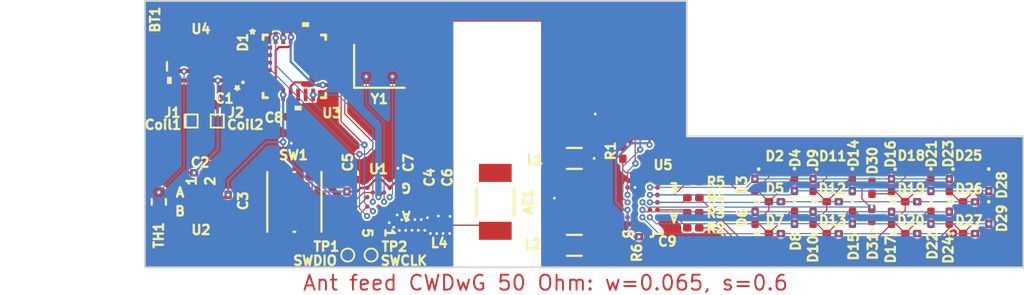
<source format=kicad_pcb>
(kicad_pcb (version 20221018) (generator pcbnew)
  (title_block (title "rRing P1") (rev "1.0") (company "State of the Art LLC"))
  (layers (0 "F.Cu" signal) (31 "B.Cu" signal) (34 "B.Paste" user) (35 "F.Paste" user) (36 "B.SilkS" user "B.Silkscreen") (37 "F.SilkS" user "F.Silkscreen") (38 "B.Mask" user) (39 "F.Mask" user) (44 "Edge.Cuts" user))
  (net 0 "")
  (net 1 "Net-(BT1-+)")
  (net 2 "GND")
  (net 3 "+VDC")
  (net 4 "+1V8")
  (net 5 "Net-(U3-REGOUT)")
  (net 6 "Net-(D1-K)")
  (net 7 "Net-(D2-K)")
  (net 8 "Net-(D11-A)")
  (net 9 "Net-(D16-A)")
  (net 10 "Net-(D14-A)")
  (net 11 "Net-(D12-A)")
  (net 12 "Net-(D13-A)")
  (net 13 "Net-(D15-A)")
  (net 14 "Net-(D10-K)")
  (net 15 "Net-(D16-K)")
  (net 16 "Net-(D23-K)")
  (net 17 "Net-(D30-A)")
  (net 18 "Net-(U5-GPIO0)")
  (net 19 "Net-(U5-GPIO1)")
  (net 20 "Net-(U5-GPIO2)")
  (net 21 "Net-(U5-GPIO3)")
  (net 22 "Net-(U1-RST{slash}P0_0)")
  (net 23 "Net-(U4-NTC)")
  (net 24 "Net-(U1-SWDIO{slash}ADC0{slash}P0_1)")
  (net 25 "Net-(U1-SWCLK{slash}ADC1{slash}P0_2)")
  (net 26 "SCL")
  (net 27 "SDA")
  (net 28 "Net-(U1-XTAL32Mp)")
  (net 29 "IMU_INT")
  (net 30 "Net-(U1-XTAL32Mm)")
  (net 51 "Net-(J1-Pin_1)")
  (net 52 "Net-(L1-Pad1)")
  (net 53 "Net-(L2-Pad2)")
  (net 54 "Net-(U5-GPIO13)")
  (net 55 "Net-(U5-GPIO14)")
  (net 57 "Net-(D10-A)")
  (net 58 "/ANT2")
  (net 59 "/ANT1")
  (footprint "Diode_SMD:D_0201_0603Metric" (layer "F.Cu") (at 119.359 65.147 -90)
    (fp_text reference "D15")
    (fp_text value "DIG")
  )
  (footprint "Capacitor_SMD:C_0201_0603Metric" (layer "F.Cu") (at 85.957 64.246 -90)
    (fp_text reference "C3")
    (fp_text value "1µF")
  )
  (footprint "Diode_SMD:D_0201_0603Metric" (layer "F.Cu") (at 118.303 62.555)
    (fp_text reference "D11")
    (fp_text value "DIG")
  )
  (footprint "Diode_SMD:D_0201_0603Metric" (layer "F.Cu") (at 86.75 57.05 90)
    (fp_text reference "D1")
    (fp_text value "CHRG")
  )
  (footprint "Capacitor_SMD:C_0201_0603Metric" (layer "F.Cu") (at 108.254219 66.168677)
    (fp_text reference "C9")
    (fp_text value "0.5µF")
  )
  (footprint "Diode_SMD:D_0201_0603Metric" (layer "F.Cu") (at 124.54 63.399 90)
    (fp_text reference "D23")
    (fp_text value "DIG")
  )
  (footprint "Capacitor_SMD:C_0201_0603Metric" (layer "F.Cu") (at 89.657 59.746 180)
    (fp_text reference "C8")
    (fp_text value "0.1µF")
  )
  (footprint "Diode_SMD:D_0201_0603Metric" (layer "F.Cu") (at 117.251 63.393 90)
    (fp_text reference "D9")
    (fp_text value "DIG")
  )
  (footprint "Resistor_SMD:R_0402_1005Metric" (layer "F.Cu") (at 82.247 64.301 -90)
    (fp_text reference "TH1")
    (fp_text value "100K")
  )
  (footprint "Diode_SMD:D_0201_0603Metric" (layer "F.Cu") (at 115.206 66.001)
    (fp_text reference "D7")
    (fp_text value "DIG")
  )
  (footprint "Capacitor_SMD:C_0201_0603Metric" (layer "F.Cu") (at 92.309 63.4295 90)
    (fp_text reference "C5")
    (fp_text value "0.1µF")
  )
  (footprint "Diode_SMD:D_0201_0603Metric" (layer "F.Cu") (at 125.597 65.995)
    (fp_text reference "D27")
    (fp_text value "DIG")
  )
  (footprint "Diode_SMD:D_0201_0603Metric" (layer "F.Cu") (at 117.251 65.149 90)
    (fp_text reference "D10")
    (fp_text value "DIG")
  )
  (footprint "Resistor_SMD:R_0201_0603Metric" (layer "F.Cu") (at 110.843 65.693)
    (fp_text reference "R2")
    (fp_text value "R_Small")
  )
  (footprint "Resistor_SMD:R_0201_0603Metric" (layer "F.Cu") (at 107.075 66.725 -90)
    (fp_text reference "R6")
    (fp_text value "8R")
  )
  (footprint "Diode_SMD:D_0201_0603Metric" (layer "F.Cu") (at 120.393 64.999 90)
    (fp_text reference "D31")
    (fp_text value "DIG")
  )
  (footprint "Diode_SMD:D_0201_0603Metric" (layer "F.Cu") (at 122.504 62.553)
    (fp_text reference "D18")
    (fp_text value "DIG")
  )
  (footprint "Diode_SMD:D_0201_0603Metric" (layer "F.Cu") (at 123.56 65.155 -90)
    (fp_text reference "D22")
    (fp_text value "DIG")
  )
  (footprint "footprints:LQFN12_ADI" (layer "F.Cu") (at 84.5 57.05 180)
    (fp_text reference "U4")
    (fp_text value "LTC4124EV-TRMPBF")
  )
  (footprint "Diode_SMD:D_0201_0603Metric" (layer "F.Cu") (at 122.504 65.997)
    (fp_text reference "D20")
    (fp_text value "DIG")
  )
  (footprint "Diode_SMD:D_0201_0603Metric" (layer "F.Cu") (at 116.26 65.151 -90)
    (fp_text reference "D8")
    (fp_text value "DIG")
  )
  (footprint "Diode_SMD:D_0201_0603Metric" (layer "F.Cu") (at 122.504 64.293)
    (fp_text reference "D19")
    (fp_text value "DIG")
  )
  (footprint "Diode_SMD:D_0201_0603Metric" (layer "F.Cu") (at 126.653 63.403 -90)
    (fp_text reference "D28")
    (fp_text value "DIG")
  )
  (footprint "footprints:TestPoint_Pad_D0.5mm" (layer "F.Cu") (at 92.357 67.146)
    (fp_text reference "TP1")
    (fp_text value "SWDIO")
  )
  (footprint "Diode_SMD:D_0201_0603Metric" (layer "F.Cu") (at 121.452 65.155 90)
    (fp_text reference "D17")
    (fp_text value "DIG")
  )
  (footprint "Resistor_SMD:R_0201_0603Metric" (layer "F.Cu") (at 110.847219 63.222677)
    (fp_text reference "R5")
    (fp_text value "R_Small")
  )
  (footprint "footprints:YFP25_TEX" (layer "F.Cu") (at 108.1245 64.3285 180)
    (fp_text reference "U5")
    (fp_text value "TCA6418EYFPR")
  )
  (footprint "Diode_SMD:D_0201_0603Metric" (layer "F.Cu") (at 126.653 65.153 -90)
    (fp_text reference "D29")
    (fp_text value "DIG")
  )
  (footprint "Capacitor_SMD:C_0201_0603Metric" (layer "F.Cu") (at 96.707 64.246 90)
    (fp_text reference "C4")
    (fp_text value "1.8pF")
  )
  (footprint "Diode_SMD:D_0201_0603Metric" (layer "F.Cu") (at 121.447 63.391 90)
    (fp_text reference "D16")
    (fp_text value "DIG")
  )
  (footprint "Inductor_SMD:L_0201_0603Metric" (layer "F.Cu") (at 97.25 65.55)
    (fp_text reference "L4")
    (fp_text value "3.3nH")
  )
  (footprint "Inductor_SMD:L_0805_2012Metric" (layer "F.Cu") (at 104.475 66.625)
    (fp_text reference "L2")
    (fp_text value "L")
  )
  (footprint "Capacitor_SMD:C_0201_0603Metric" (layer "F.Cu") (at 95.554 63.457 -90)
    (fp_text reference "C7")
    (fp_text value "0.1µF")
  )
  (footprint "footprints:Conn_Pad_0.5x0.5mm" (layer "F.Cu") (at 83.975 59.975)
    (fp_text reference "J1")
    (fp_text value "Coil1")
  )
  (footprint "footprints:TestPoint_Pad_D0.5mm" (layer "F.Cu") (at 93.607 67.146)
    (fp_text reference "TP2")
    (fp_text value "SWCLK")
  )
  (footprint "Diode_SMD:D_0201_0603Metric" (layer "F.Cu") (at 118.302 66.0035)
    (fp_text reference "D13")
    (fp_text value "DIG")
  )
  (footprint "footprints:CB_4_1_ADI" (layer "F.Cu") (at 84.499996 64.300034)
    (fp_text reference "U2")
    (fp_text value "ADP160ACBZ-1.8-R7")
  )
  (footprint "footprints:Conn_Pad_0.5x0.5mm" (layer "F.Cu") (at 85.375 59.975)
    (fp_text reference "J2")
    (fp_text value "Coil2")
  )
  (footprint "Resistor_SMD:R_0805_2012Metric" (layer "F.Cu") (at 81.95 57.05 90)
    (fp_text reference "BT1")
    (fp_text value "2.7-3.7V" hide)
  )
  (footprint "Diode_SMD:D_0201_0603Metric" (layer "F.Cu") (at 125.597 64.301)
    (fp_text reference "D26")
    (fp_text value "DIG")
  )
  (footprint "Diode_SMD:D_0201_0603Metric" (layer "F.Cu") (at 114.141 63.392 90)
    (fp_text reference "D3")
    (fp_text value "DIG")
  )
  (footprint "Diode_SMD:D_0201_0603Metric" (layer "F.Cu") (at 124.54 65.149 90)
    (fp_text reference "D24")
    (fp_text value "DIG")
  )
  (footprint "Resistor_SMD:R_0201_0603Metric" (layer "F.Cu") (at 110.847219 64.073973)
    (fp_text reference "R4")
    (fp_text value "R_Small")
  )
  (footprint "footprints:ANT_ANT3216_YAG" (layer "F.Cu") (at 100.25 64.3 90)
    (fp_text reference "AE1")
    (fp_text value "Antenna")
  )
  (footprint "Diode_SMD:D_0201_0603Metric" (layer "F.Cu") (at 120.403 63.547 90)
    (fp_text reference "D30")
    (fp_text value "DIG")
  )
  (footprint "Inductor_SMD:L_0805_2012Metric" (layer "F.Cu") (at 104.475 61.975)
    (fp_text reference "L1")
    (fp_text value "L")
  )
  (footprint "Diode_SMD:D_0201_0603Metric" (layer "F.Cu") (at 123.556 63.395 -90)
    (fp_text reference "D21")
    (fp_text value "DIG")
  )
  (footprint "Resistor_SMD:R_0201_0603Metric" (layer "F.Cu") (at 107.075 61.675 90)
    (fp_text reference "R1")
    (fp_text value "8R")
  )
  (footprint "Diode_SMD:D_0201_0603Metric" (layer "F.Cu") (at 119.353 63.397 -90)
    (fp_text reference "D14")
    (fp_text value "DIG")
  )
  (footprint "footprints:QFN24_3X3X0P9_IVS" (layer "F.Cu") (at 89.499996 57.050034)
    (fp_text reference "U3")
    (fp_text value "ICM-20948")
  )
  (footprint "Diode_SMD:D_0201_0603Metric" (layer "F.Cu") (at 118.303 64.295)
    (fp_text reference "D12")
    (fp_text value "DIG")
  )
  (footprint "Capacitor_SMD:C_0201_0603Metric" (layer "F.Cu") (at 97.657 64.246 90)
    (fp_text reference "C6")
    (fp_text value "1.8pF")
  )
  (footprint "Diode_SMD:D_0201_0603Metric" (layer "F.Cu") (at 125.597 62.551)
    (fp_text reference "D25")
    (fp_text value "DIG")
  )
  (footprint "footprints:DA14531-00000OG2_DIL" (layer "F.Cu") (at 94 64.3 180)
    (fp_text reference "U1")
    (fp_text value "DA14531-00000OG2")
  )
  (footprint "Capacitor_SMD:C_0201_0603Metric" (layer "F.Cu") (at 84.457 62.746)
    (fp_text reference "C2")
    (fp_text value "1µF")
  )
  (footprint "Crystal:Crystal_SMD_2016-4Pin_2.0x1.6mm" (layer "F.Cu") (at 94.047 57.046)
    (fp_text reference "Y1")
    (fp_text value "32MHz")
  )
  (footprint "footprints:KMT0_push_3x2.6" (layer "F.Cu") (at 89.499996 64.300034 -90)
    (fp_text reference "SW1")
    (fp_text value "Button")
  )
  (footprint "Diode_SMD:D_0201_0603Metric" (layer "F.Cu") (at 114.151 65.152 90)
    (fp_text reference "D6")
    (fp_text value "DIG")
  )
  (footprint "Diode_SMD:D_0201_0603Metric" (layer "F.Cu") (at 115.2 62.55)
    (fp_text reference "D2")
    (fp_text value "DIG")
  )
  (footprint "Capacitor_SMD:C_0201_0603Metric" (layer "F.Cu") (at 84.507 59.046)
    (fp_text reference "C1")
    (fp_text value "47nF")
  )
  (footprint "Diode_SMD:D_0201_0603Metric" (layer "F.Cu") (at 115.206 64.293)
    (fp_text reference "D5")
    (fp_text value "DIG")
  )
  (footprint "Diode_SMD:D_0201_0603Metric" (layer "F.Cu") (at 116.256 63.389 -90)
    (fp_text reference "D4")
    (fp_text value "DIG")
  )
  (footprint "Resistor_SMD:R_0201_0603Metric" (layer "F.Cu") (at 110.840944 64.878741)
    (fp_text reference "R3")
    (fp_text value "R_Small")
  )
  (gr_line (start 110.5 60.8) (end 110.5 53.55) (stroke (width 0.1)) (layer "Edge.Cuts"))
  (gr_line (start 81.5 67.8) (end 128.5 67.8) (stroke (width 0.1)) (layer "Edge.Cuts"))
  (gr_line (start 81.5 53.55) (end 81.5 67.8) (stroke (width 0.1)) (layer "Edge.Cuts"))
  (gr_line (start 128.5 60.8) (end 110.5 60.8) (stroke (width 0.1)) (layer "Edge.Cuts"))
  (gr_line (start 110.5 53.55) (end 81.5 53.55) (stroke (width 0.1)) (layer "Edge.Cuts"))
  (gr_line (start 128.5 67.8) (end 128.5 60.8) (stroke (width 0.1)) (layer "Edge.Cuts"))
  (gr_text "Ant feed CWDwG 50 Ohm: w=0.065, s=0.6" (at 89.9 69.1) (layer "F.Cu") (effects (font (size 0.8 0.8) (thickness 0.1)) (justify left bottom)))
  (segment (start 82.25 57.9625) (end 82.412499 57.800001) (width 0.06) (layer "F.Cu") (net 1))
  (segment (start 82.412499 57.800001) (end 83.5983 57.800001) (width 0.12) (layer "F.Cu") (net 1))
  (segment (start 107.723278 63.323278) (end 107.723278 63.525018) (width 0.12) (layer "F.Cu") (net 2))
  (segment (start 88.549996 62.825034) (end 88.549996 61.950004) (width 0.12) (layer "F.Cu") (net 2))
  (segment (start 90.781 61.163) (end 92.309 62.691) (width 0.12) (layer "F.Cu") (net 2))
  (segment (start 84.25 56.8) (end 84.25 56.1483) (width 0.12) (layer "F.Cu") (net 2))
  (segment (start 103.4125 64.1) (end 103.4125 66.625) (width 0.12) (layer "F.Cu") (net 2))
  (segment (start 86.775 59.975) (end 87 59.75) (width 0.12) (layer "F.Cu") (net 2))
  (segment (start 85.941034 64.550034) (end 85.957 64.566) (width 0.12) (layer "F.Cu") (net 2))
  (segment (start 96.707 63.926) (end 97.657 63.926) (width 0.12) (layer "F.Cu") (net 2))
  (segment (start 90.699967 56.050033) (end 91.023996 56.050033) (width 0.12) (layer "F.Cu") (net 2))
  (segment (start 82.412499 56.299999) (end 83.5983 56.299999) (width 0.12) (layer "F.Cu") (net 2))
  (segment (start 94.4857 64.6643) (end 94.1143 64.6643) (width 0.12) (layer "F.Cu") (net 2))
  (segment (start 94.6 64.55) (end 94.4857 64.6643) (width 0.12) (layer "F.Cu") (net 2))
  (segment (start 83.5983 56.299999) (end 84.098301 56.299999) (width 0.12) (layer "F.Cu") (net 2))
  (segment (start 94.781 64.55) (end 94.6 64.55) (width 0.12) (layer "F.Cu") (net 2))
  (segment (start 84.75 57.3) (end 84.75 57.9517) (width 0.12) (layer "F.Cu") (net 2))
  (segment (start 94.1143 64.6643) (end 94 64.55) (width 0.12) (layer "F.Cu") (net 2))
  (segment (start 92.309 63.1095) (end 92.309 62.691) (width 0.12) (layer "F.Cu") (net 2))
  (segment (start 89.299996 58.123834) (end 89.513696 57.910134) (width 0.12) (layer "F.Cu") (net 2))
  (segment (start 89.299996 58.574034) (end 89.299996 58.123834) (width 0.12) (layer "F.Cu") (net 2))
  (segment (start 92.5 62.5) (end 95.0415 62.5) (width 0.12) (layer "F.Cu") (net 2))
  (segment (start 88.549996 62.825034) (end 88.549996 65.775034) (width 0.12) (layer "F.Cu") (net 2))
  (segment (start 92.5 54.9) (end 92.8 54.6) (width 0.12) (layer "F.Cu") (net 2))
  (segment (start 106.6625 63.1) (end 107.5 63.1) (width 0.12) (layer "F.Cu") (net 2))
  (segment (start 89.513696 57.910134) (end 90.32495 57.910134) (width 0.12) (layer "F.Cu") (net 2))
  (segment (start 86.775034 65.775034) (end 88.549996 65.775034) (width 0.12) (layer "F.Cu") (net 2))
  (segment (start 90.32495 57.910134) (end 90.5 57.735084) (width 0.12) (layer "F.Cu") (net 2))
  (segment (start 84.25 65.5) (end 84.749996 65.000004) (width 0.12) (layer "F.Cu") (net 2))
  (segment (start 105.5 62.0125) (end 105.5375 61.975) (width 0.06) (layer "F.Cu") (net 2))
  (segment (start 90.5 57.735084) (end 90.5 56.25) (width 0.12) (layer "F.Cu") (net 2))
  (segment (start 84.75 61.75) (end 84.75 62.719) (width 0.12) (layer "F.Cu") (net 2))
  (segment (start 87 62.75) (end 88.25 62.75) (width 0.12) (layer "F.Cu") (net 2))
  (segment (start 95.703 63.926) (end 96.707 63.926) (width 0.12) (layer "F.Cu") (net 2))
  (segment (start 92.8 54.6) (end 105.1 54.6) (width 0.12) (layer "F.Cu") (net 2))
  (segment (start 89.333 59.75) (end 89.337 59.746) (width 0.12) (layer "F.Cu") (net 2))
  (segment (start 84.75 56.8) (end 84.75 56.1483) (width 0.12) (layer "F.Cu") (net 2))
  (segment (start 82.25 64.814) (end 82.25 65.25) (width 0.12) (layer "F.Cu") (net 2))
  (segment (start 85.375 59.975) (end 85.375 61.125) (width 0.12) (layer "F.Cu") (net 2))
  (segment (start 84.5 57.05) (end 84.25 56.8) (width 0.12) (layer "F.Cu") (net 2))
  (segment (start 94.1143 64.6643) (end 94.1143 64.9357) (width 0.12) (layer "F.Cu") (net 2))
  (segment (start 85.375 59.975) (end 86.775 59.975) (width 0.12) (layer "F.Cu") (net 2))
  (segment (start 90.5 56.25) (end 90.699967 56.050033) (width 0.12) (layer "F.Cu") (net 2))
  (segment (start 94 62.5) (end 94 60.2) (width 0.12) (layer "F.Cu") (net 2))
  (segment (start 84.5 57.05) (end 84.75 56.8) (width 0.12) (layer "F.Cu") (net 2))
  (segment (start 94.3 63.8) (end 94.25 63.8) (width 0.12) (layer "F.Cu") (net 2))
  (segment (start 105.5375 61.975) (end 103.4125 64.1) (width 0.12) (layer "F.Cu") (net 2))
  (segment (start 85.375 61.125) (end 84.75 61.75) (width 0.12) (layer "F.Cu") (net 2))
  (segment (start 84.827 59.046) (end 85.046 59.046) (width 0.12) (layer "F.Cu") (net 2))
  (segment (start 89.299996 58.574034) (end 89.299996 59.708996) (width 0.12) (layer "F.Cu") (net 2))
  (segment (start 84.777 62.746) (end 86.996 62.746) (width 0.12) (layer "F.Cu") (net 2))
  (segment (start 84.75 62.719) (end 84.777 62.746) (width 0.12) (layer "F.Cu") (net 2))
  (segment (start 105.1 54.6) (end 105.6 55.1) (width 0.12) (layer "F.Cu") (net 2))
  (segment (start 84.5 57.05) (end 84.75 57.3) (width 0.12) (layer "F.Cu") (net 2))
  (segment (start 82.247 64.811) (end 82.25 64.814) (width 0.12) (layer "F.Cu") (net 2))
  (segment (start 83.5983 56.299999) (end 83.5983 56.8) (width 0.12) (layer "F.Cu") (net 2))
  (segment (start 84.75 58.969) (end 84.827 59.046) (width 0.12) (layer "F.Cu") (net 2))
  (segment (start 89.299996 59.708996) (end 89.337 59.746) (width 0.12) (layer "F.Cu") (net 2))
  (segment (start 94 60.2) (end 92.5 58.7) (width 0.12) (layer "F.Cu") (net 2))
  (segment (start 107.7245 63.52624) (end 107.723278 63.525018) (width 0.06) (layer "F.Cu") (net 2))
  (segment (start 95.554 63.777) (end 95.703 63.926) (width 0.12) (layer "F.Cu") (net 2))
  (segment (start 94.25 63.8) (end 94 64.05) (width 0.12) (layer "F.Cu") (net 2))
  (segment (start 105.5375 61.975) (end 106.6625 63.1) (width 0.12) (layer "F.Cu") (net 2))
  (segment (start 82.25 56.1375) (end 82.412499 56.299999) (width 0.12) (layer "F.Cu") (net 2))
  (segment (start 84.75 57.9517) (end 84.75 58.969) (width 0.12) (layer "F.Cu") (net 2))
  (segment (start 95.554 63.777) (end 94.781 64.55) (width 0.12) (layer "F.Cu") (net 2))
  (segment (start 86.996 62.746) (end 87 62.75) (width 0.12) (layer "F.Cu") (net 2))
  (segment (start 85.957 64.566) (end 85.957 64.957) (width 0.12) (layer "F.Cu") (net 2))
  (segment (start 105.6 55.1) (end 105.6 59.6) (width 0.12) (layer "F.Cu") (net 2))
  (segment (start 89.337 61.163) (end 90.781 61.163) (width 0.12) (layer "F.Cu") (net 2))
  (segment (start 84.856034 62.825034) (end 84.777 62.746) (width 0.06) (layer "F.Cu") (net 2))
  (segment (start 107.7245 63.5285) (end 107.7245 63.52624) (width 0.06) (layer "F.Cu") (net 2))
  (segment (start 90.099995 55.849995) (end 90.099995 55.526034) (width 0.12) (layer "F.Cu") (net 2))
  (segment (start 88.549996 61.950004) (end 89.337 61.163) (width 0.12) (layer "F.Cu") (net 2))
  (segment (start 87 59.75) (end 89.333 59.75) (width 0.12) (layer "F.Cu") (net 2))
  (segment (start 92.5 58.7) (end 92.5 54.9) (width 0.12) (layer "F.Cu") (net 2))
  (segment (start 84.749996 65.000004) (end 84.749996 64.550034) (width 0.12) (layer "F.Cu") (net 2))
  (segment (start 85.375 59.375) (end 85.375 59.975) (width 0.12) (layer "F.Cu") (net 2))
  (segment (start 92.309 62.691) (end 92.5 62.5) (width 0.12) (layer "F.Cu") (net 2))
  (segment (start 82.5 65.5) (end 84.25 65.5) (width 0.12) (layer "F.Cu") (net 2))
  (segment (start 85.046 59.046) (end 85.375 59.375) (width 0.12) (layer "F.Cu") (net 2))
  (segment (start 84.749996 64.550034) (end 85.941034 64.550034) (width 0.12) (layer "F.Cu") (net 2))
  (segment (start 89.337 59.746) (end 89.337 61.163) (width 0.12) (layer "F.Cu") (net 2))
  (segment (start 94.1143 64.9357) (end 94 65.05) (width 0.12) (layer "F.Cu") (net 2))
  (segment (start 85.957 64.957) (end 86.775034 65.775034) (width 0.12) (layer "F.Cu") (net 2))
  (segment (start 90.5 56.25) (end 90.099995 55.849995) (width 0.12) (layer "F.Cu") (net 2))
  (segment (start 107.5 63.1) (end 107.723278 63.323278) (width 0.12) (layer "F.Cu") (net 2))
  (segment (start 84.098301 56.299999) (end 84.25 56.1483) (width 0.12) (layer "F.Cu") (net 2))
  (segment (start 82.25 65.25) (end 82.5 65.5) (width 0.12) (layer "F.Cu") (net 2))
  (via (at 95.249495 65.262151) (size 0.33) (drill 0.15) (layers "F.Cu" "B.Cu") (net 2))
  (via (at 97.827098 65.077021) (size 0.33) (drill 0.15) (layers "F.Cu" "B.Cu") (net 2))
  (via (at 95.0415 62.5) (size 0.33) (drill 0.15) (layers "F.Cu" "B.Cu") (net 2))
  (via (at 107.723278 63.525018) (size 0.33) (drill 0.15) (layers "F.Cu" "B.Cu") (net 2))
  (via (at 97.805058 65.990317) (size 0.33) (drill 0.15) (layers "F.Cu" "B.Cu") (net 2))
  (via (at 95.792667 65.820204) (size 0.33) (drill 0.15) (layers "F.Cu" "B.Cu") (net 2))
  (via (at 95.115562 65.823924) (size 0.33) (drill 0.15) (layers "F.Cu" "B.Cu") (net 2))
  (via (at 93.999007 64.044933) (size 0.33) (drill 0.15) (layers "F.Cu" "B.Cu") (net 2))
  (via (at 105.6 59.6) (size 0.35) (drill 0.15) (layers "F.Cu" "B.Cu") (net 2))
  (via (at 94.57239 65.418406) (size 0.33) (drill 0.15) (layers "F.Cu" "B.Cu") (net 2))
  (via (at 96.618585 65.15054) (size 0.33) (drill 0.15) (layers "F.Cu" "B.Cu") (net 2))
  (via (at 96.77856 65.995061) (size 0.33) (drill 0.15) (layers "F.Cu" "B.Cu") (net 2))
  (via (at 94.817934 65.660229) (size 0.33) (drill 0.15) (layers "F.Cu" "B.Cu") (net 2))
  (via (at 95 65) (size 0.33) (drill 0.15) (layers "F.Cu" "B.Cu") (net 2))
  (via (at 96.287474 65.243549) (size 0.33) (drill 0.15) (layers "F.Cu" "B.Cu") (net 2))
  (via (at 94 62.5) (size 0.33) (drill 0.15) (layers "F.Cu" "B.Cu") (net 2))
  (via (at 97.20058 65.057644) (size 0.33) (drill 0.15) (layers "F.Cu" "B.Cu") (net 2))
  (via (at 95.554 63.777) (size 0.33) (drill 0.15) (layers "F.Cu" "B.Cu") (net 2))
  (via (at 95.602928 65.25843) (size 0.33) (drill 0.15) (layers "F.Cu" "B.Cu") (net 2))
  (via (at 97.117113 65.995061) (size 0.33) (drill 0.15) (layers "F.Cu" "B.Cu") (net 2))
  (via (at 95.454114 65.827645) (size 0.33) (drill 0.15) (layers "F.Cu" "B.Cu") (net 2))
  (via (at 96.477212 65.823924) (size 0.33) (drill 0.15) (layers "F.Cu" "B.Cu") (net 2))
  (via (at 105.5375 61.975) (size 0.33) (drill 0.15) (layers "F.Cu" "B.Cu") (net 2))
  (via (at 103.4125 64.1) (size 0.35) (drill 0.15) (layers "F.Cu" "B.Cu") (net 2))
  (via (at 108.574219 66.168677) (size 0.33) (drill 0.15) (layers "F.Cu" "B.Cu") (net 2))
  (via (at 96.131219 65.820204) (size 0.33) (drill 0.15) (layers "F.Cu" "B.Cu") (net 2))
  (via (at 95.948921 65.25099) (size 0.33) (drill 0.15) (layers "F.Cu" "B.Cu") (net 2))
  (via (at 89.337 61.163) (size 0.35) (drill 0.15) (layers "F.Cu" "B.Cu") (net 2))
  (via (at 97.456275 65.994623) (size 0.33) (drill 0.15) (layers "F.Cu" "B.Cu") (net 2))
  (segment (start 94 62.5) (end 94 64.04394) (width 0.12) (layer "B.Cu") (net 2))
  (segment (start 95.0415 63.2645) (end 95.554 63.777) (width 0.12) (layer "B.Cu") (net 2))
  (segment (start 108.574219 66.168677) (end 107.723278 65.317736) (width 0.12) (layer "B.Cu") (net 2))
  (segment (start 94 64.04394) (end 93.999007 64.044933) (width 0.12) (layer "B.Cu") (net 2))
  (segment (start 105.6 59.6) (end 105.6 61.9125) (width 0.12) (layer "B.Cu") (net 2))
  (segment (start 95.0415 62.5) (end 95.0415 63.2645) (width 0.12) (layer "B.Cu") (net 2))
  (segment (start 105.6 61.9125) (end 105.5375 61.975) (width 0.12) (layer "B.Cu") (net 2))
  (segment (start 107.723278 65.317736) (end 107.723278 63.525018) (width 0.12) (layer "B.Cu") (net 2))
  (segment (start 83.650034 64.050034) (end 84.249996 64.050034) (width 0.12) (layer "F.Cu") (net 3))
  (segment (start 85.4017 57.800001) (end 85.4017 57.804061) (width 0.06) (layer "F.Cu") (net 3))
  (segment (start 86.100001 57.800001) (end 85.4017 57.800001) (width 0.12) (layer "F.Cu") (net 3))
  (segment (start 84.137 62.746) (end 83.754 62.746) (width 0.12) (layer "F.Cu") (net 3))
  (segment (start 87.1 57.9) (end 86.2 57.9) (width 0.12) (layer "F.Cu") (net 3))
  (segment (start 86.75 56.45) (end 86.75 56.73) (width 0.12) (layer "F.Cu") (net 3))
  (segment (start 83.5 63.9) (end 83.650034 64.050034) (width 0.12) (layer "F.Cu") (net 3))
  (segment (start 85.4017 56.8) (end 85.4017 56.299999) (width 0.12) (layer "F.Cu") (net 3))
  (segment (start 83.754 62.746) (end 83.5 63) (width 0.12) (layer "F.Cu") (net 3))
  (segment (start 87.3 57.7) (end 87.1 57.9) (width 0.12) (layer "F.Cu") (net 3))
  (segment (start 87.3 57) (end 87.3 57.7) (width 0.12) (layer "F.Cu") (net 3))
  (segment (start 86.2 57.9) (end 86.100001 57.800001) (width 0.12) (layer "F.Cu") (net 3))
  (segment (start 83.650034 64.550034) (end 84.249996 64.550034) (width 0.12) (layer "F.Cu") (net 3))
  (segment (start 86.75 56.73) (end 87.03 56.73) (width 0.12) (layer "F.Cu") (net 3))
  (segment (start 85.4017 57.804061) (end 85.404956 57.807317) (width 0.06) (layer "F.Cu") (net 3))
  (segment (start 83.5 63) (end 83.5 63.9) (width 0.12) (layer "F.Cu") (net 3))
  (segment (start 86.599999 56.299999) (end 86.75 56.45) (width 0.12) (layer "F.Cu") (net 3))
  (segment (start 83.5 64.4) (end 83.650034 64.550034) (width 0.12) (layer "F.Cu") (net 3))
  (segment (start 87.03 56.73) (end 87.3 57) (width 0.12) (layer "F.Cu") (net 3))
  (segment (start 83.5 63.9) (end 83.5 64.4) (width 0.12) (layer "F.Cu") (net 3))
  (segment (start 85.4017 56.299999) (end 86.599999 56.299999) (width 0.12) (layer "F.Cu") (net 3))
  (via (at 85.404956 57.807317) (size 0.35) (drill 0.15) (layers "F.Cu" "B.Cu") (net 3))
  (via (at 84.137 62.746) (size 0.35) (drill 0.15) (layers "F.Cu" "B.Cu") (net 3))
  (segment (start 85.404956 57.807317) (end 85.404956 61.478044) (width 0.12) (layer "B.Cu") (net 3))
  (segment (start 85.404956 61.478044) (end 84.137 62.746) (width 0.12) (layer "B.Cu") (net 3))
  (segment (start 89.317809 55.494815) (end 89.317809 54.482191) (width 0.12) (layer "F.Cu") (net 4))
  (segment (start 90 53.8) (end 107.7 53.8) (width 0.12) (layer "F.Cu") (net 4))
  (segment (start 107.7 53.8) (end 108.5 54.6) (width 0.12) (layer "F.Cu") (net 4))
  (segment (start 89.299996 55.512628) (end 89.317809 55.494815) (width 0.06) (layer "F.Cu") (net 4))
  (segment (start 89.299996 55.526034) (end 89.299996 55.512628) (width 0.06) (layer "F.Cu") (net 4))
  (segment (start 89.183766 56.016234) (end 88.683766 56.016234) (width 0.12) (layer "F.Cu") (net 4))
  (segment (start 93.05 63.55) (end 93.4 63.55) (width 0.12) (layer "F.Cu") (net 4))
  (segment (start 89.317809 55.494815) (end 89.317809 55.882191) (width 0.12) (layer "F.Cu") (net 4))
  (segment (start 89.317809 55.882191) (end 89.183766 56.016234) (width 0.12) (layer "F.Cu") (net 4))
  (segment (start 88.683766 56.016234) (end 88.5 56.2) (width 0.12) (layer "F.Cu") (net 4))
  (segment (start 94.15 63.1) (end 94.6 63.55) (width 0.12) (layer "F.Cu") (net 4))
  (segment (start 108.5 54.6) (end 108.5 61.25) (width 0.12) (layer "F.Cu") (net 4))
  (segment (start 88.5 57.822239) (end 88.899997 58.222236) (width 0.12) (layer "F.Cu") (net 4))
  (segment (start 107.3245 64.7285) (end 107.3245 64.728417) (width 0.06) (layer "F.Cu") (net 4))
  (segment (start 92.309 63.7495) (end 92.8505 63.7495) (width 0.12) (layer "F.Cu") (net 4))
  (segment (start 88.5 56.2) (end 88.5 57.822239) (width 0.12) (layer "F.Cu") (net 4))
  (segment (start 94.95 63.2) (end 95.491 63.2) (width 0.12) (layer "F.Cu") (net 4))
  (segment (start 88.899997 58.222236) (end 88.899997 58.574034) (width 0.12) (layer "F.Cu") (net 4))
  (segment (start 95.491 63.2) (end 95.554 63.137) (width 0.12) (layer "F.Cu") (net 4))
  (segment (start 84.749996 64.050034) (end 85.832966 64.050034) (width 0.12) (layer "F.Cu") (net 4))
  (segment (start 94.6 63.55) (end 94.95 63.2) (width 0.12) (layer "F.Cu") (net 4))
  (segment (start 92.8505 63.7495) (end 93.05 63.55) (width 0.12) (layer "F.Cu") (net 4))
  (segment (start 85.832966 64.050034) (end 85.957 63.926) (width 0.12) (layer "F.Cu") (net 4))
  (segment (start 93.85 63.1) (end 94.15 63.1) (width 0.12) (layer "F.Cu") (net 4))
  (segment (start 107.3245 64.728417) (end 107.324509 64.728408) (width 0.06) (layer "F.Cu") (net 4))
  (segment (start 89.317809 54.482191) (end 90 53.8) (width 0.12) (layer "F.Cu") (net 4))
  (segment (start 93.4 63.55) (end 93.85 63.1) (width 0.12) (layer "F.Cu") (net 4))
  (via (at 92.309 63.7495) (size 0.35) (drill 0.15) (layers "F.Cu" "B.Cu") (net 4))
  (via (at 107.324509 64.728408) (size 0.33) (drill 0.15) (layers "F.Cu" "B.Cu") (net 4))
  (via (at 85.957 63.926) (size 0.35) (drill 0.15) (layers "F.Cu" "B.Cu") (net 4))
  (via (at 107.934219 66.168677) (size 0.33) (drill 0.15) (layers "F.Cu" "B.Cu") (net 4))
  (via (at 91.023996 58.050035) (size 0.35) (drill 0.15) (layers "F.Cu" "B.Cu") (net 4))
  (via (at 88.899997 61.100003) (size 0.35) (drill 0.15) (layers "F.Cu" "B.Cu") (net 4))
  (via (at 108.5 61.25) (size 0.33) (drill 0.15) (layers "F.Cu" "B.Cu") (net 4))
  (via (at 89.317809 55.494815) (size 0.35) (drill 0.15) (layers "F.Cu" "B.Cu") (net 4))
  (via (at 88.899997 58.574034) (size 0.35) (drill 0.15) (layers "F.Cu" "B.Cu") (net 4))
  (segment (start 107.324509 65.824509) (end 107.668677 66.168677) (width 0.12) (layer "B.Cu") (net 4))
  (segment (start 108.415 61.165) (end 107.535 61.165) (width 0.12) (layer "B.Cu") (net 4))
  (segment (start 91.023996 58.050035) (end 90.550035 58.050035) (width 0.12) (layer "B.Cu") (net 4))
  (segment (start 85.957 63.143) (end 88 61.1) (width 0.12) (layer "B.Cu") (net 4))
  (segment (start 107.324509 64.728408) (end 107.324509 65.824509) (width 0.12) (layer "B.Cu") (net 4))
  (segment (start 88.899994 61.1) (end 88.899997 61.100003) (width 0.12) (layer "B.Cu") (net 4))
  (segment (start 90.550035 58.050035) (end 89.3 56.8) (width 0.12) (layer "B.Cu") (net 4))
  (segment (start 88 61.1) (end 88.899994 61.1) (width 0.12) (layer "B.Cu") (net 4))
  (segment (start 88.899997 61.100003) (end 88.899997 58.574034) (width 0.12) (layer "B.Cu") (net 4))
  (segment (start 88.899997 61.100003) (end 88.899997 61.799997) (width 0.12) (layer "B.Cu") (net 4))
  (segment (start 90.8495 63.7495) (end 92.309 63.7495) (width 0.12) (layer "B.Cu") (net 4))
  (segment (start 89.3 55.512624) (end 89.317809 55.494815) (width 0.12) (layer "B.Cu") (net 4))
  (segment (start 85.957 63.926) (end 85.957 63.143) (width 0.12) (layer "B.Cu") (net 4))
  (segment (start 107.128408 64.728408) (end 107.324509 64.728408) (width 0.12) (layer "B.Cu") (net 4))
  (segment (start 106.7 62) (end 106.7 64.3) (width 0.12) (layer "B.Cu") (net 4))
  (segment (start 107.535 61.165) (end 106.7 62) (width 0.12) (layer "B.Cu") (net 4))
  (segment (start 107.668677 66.168677) (end 107.934219 66.168677) (width 0.12) (layer "B.Cu") (net 4))
  (segment (start 89.3 56.8) (end 89.3 55.512624) (width 0.12) (layer "B.Cu") (net 4))
  (segment (start 108.5 61.25) (end 108.415 61.165) (width 0.12) (layer "B.Cu") (net 4))
  (segment (start 88.899997 61.799997) (end 90.8495 63.7495) (width 0.12) (layer "B.Cu") (net 4))
  (segment (start 106.7 64.3) (end 107.128408 64.728408) (width 0.12) (layer "B.Cu") (net 4))
  (segment (start 89.977 59.746) (end 89.977 59.477) (width 0.06) (layer "F.Cu") (net 5))
  (segment (start 89.699996 59.199996) (end 89.699996 58.574034) (width 0.06) (layer "F.Cu") (net 5))
  (segment (start 89.977 59.477) (end 89.699996 59.199996) (width 0.06) (layer "F.Cu") (net 5))
  (segment (start 86.75 57.37) (end 86.68 57.3) (width 0.06) (layer "F.Cu") (net 6))
  (segment (start 86.68 57.3) (end 85.4017 57.3) (width 0.06) (layer "F.Cu") (net 6))
  (segment (start 114.151 65.472) (end 114.357 65.472) (width 0.06) (layer "F.Cu") (net 7))
  (segment (start 112.722677 63.222677) (end 113.212 63.712) (width 0.06) (layer "F.Cu") (net 7))
  (segment (start 114.357 65.472) (end 114.886 66.001) (width 0.06) (layer "F.Cu") (net 7))
  (segment (start 114.886 64.293) (end 116.11 63.069) (width 0.06) (layer "F.Cu") (net 7))
  (segment (start 113.212 63.712) (end 114.141 63.712) (width 0.06) (layer "F.Cu") (net 7))
  (segment (start 114.141 63.712) (end 114.88 62.973) (width 0.06) (layer "F.Cu") (net 7))
  (segment (start 114.151 65.472) (end 114.886 64.737) (width 0.06) (layer "F.Cu") (net 7))
  (segment (start 116.11 63.069) (end 116.256 63.069) (width 0.06) (layer "F.Cu") (net 7))
  (segment (start 111.167219 63.222677) (end 112.722677 63.222677) (width 0.06) (layer "F.Cu") (net 7))
  (segment (start 114.141 63.712) (end 114.305 63.712) (width 0.06) (layer "F.Cu") (net 7))
  (segment (start 116.26 64.831) (end 116.056 64.831) (width 0.06) (layer "F.Cu") (net 7))
  (segment (start 116.056 64.831) (end 114.886 66.001) (width 0.06) (layer "F.Cu") (net 7))
  (segment (start 114.886 64.737) (end 114.886 64.293) (width 0.06) (layer "F.Cu") (net 7))
  (segment (start 114.305 63.712) (end 114.886 64.293) (width 0.06) (layer "F.Cu") (net 7))
  (segment (start 114.88 62.973) (end 114.88 62.55) (width 0.06) (layer "F.Cu") (net 7))
  (segment (start 118.623 62.373) (end 118.623 62.555) (width 0.06) (layer "F.Cu") (net 8))
  (segment (start 125.917 62.167) (end 125.917 62.551) (width 0.06) (layer "F.Cu") (net 8))
  (segment (start 125.75 62) (end 125.917 62.167) (width 0.06) (layer "F.Cu") (net 8))
  (segment (start 122.824 62.324) (end 122.824 62.553) (width 0.06) (layer "F.Cu") (net 8))
  (segment (start 115.25 62) (end 118.25 62) (width 0.06) (layer "F.Cu") (net 8))
  (segment (start 122.5 62) (end 125.75 62) (width 0.06) (layer "F.Cu") (net 8))
  (segment (start 122.5 62) (end 122.824 62.324) (width 0.06) (layer "F.Cu") (net 8))
  (segment (start 118.25 62) (end 118.623 62.373) (width 0.06) (layer "F.Cu") (net 8))
  (segment (start 115.52 62.27) (end 115.52 62.55) (width 0.06) (layer "F.Cu") (net 8))
  (segment (start 115.25 62) (end 115.52 62.27) (width 0.06) (layer "F.Cu") (net 8))
  (segment (start 108.9245 63.5285) (end 110.453 62) (width 0.06) (layer "F.Cu") (net 8))
  (segment (start 118.25 62) (end 122.5 62) (width 0.06) (layer "F.Cu") (net 8))
  (segment (start 110.453 62) (end 115.25 62) (width 0.06) (layer "F.Cu") (net 8))
  (segment (start 108.5245 63.5285) (end 108.5245 63.525016) (width 0.06) (layer "F.Cu") (net 9))
  (segment (start 108.5245 63.525016) (end 108.525269 63.524247) (width 0.06) (layer "F.Cu") (net 9))
  (via (at 117.251 63.073) (size 0.33) (drill 0.15) (layers "F.Cu" "B.Cu") (net 9))
  (via (at 114.141 63.072) (size 0.33) (drill 0.15) (layers "F.Cu" "B.Cu") (net 9))
  (via (at 108.525269 63.524247) (size 0.33) (drill 0.15) (layers "F.Cu" "B.Cu") (net 9))
  (via (at 124.54 63.079) (size 0.33) (drill 0.15) (layers "F.Cu" "B.Cu") (net 9))
  (via (at 121.447 63.071) (size 0.33) (drill 0.15) (layers "F.Cu" "B.Cu") (net 9))
  (segment (start 113.688753 63.524247) (end 114.141 63.072) (width 0.06) (layer "B.Cu") (net 9))
  (segment (start 117.253 63.071) (end 121.447 63.071) (width 0.06) (layer "B.Cu") (net 9))
  (segment (start 124.532 63.071) (end 124.54 63.079) (width 0.06) (layer "B.Cu") (net 9))
  (segment (start 117.25 63.072) (end 117.251 63.073) (width 0.06) (layer "B.Cu") (net 9))
  (segment (start 121.447 63.071) (end 124.532 63.071) (width 0.06) (layer "B.Cu") (net 9))
  (segment (start 108.525269 63.524247) (end 113.688753 63.524247) (width 0.06) (layer "B.Cu") (net 9))
  (segment (start 117.251 63.073) (end 117.253 63.071) (width 0.06) (layer "B.Cu") (net 9))
  (segment (start 114.141 63.072) (end 117.25 63.072) (width 0.06) (layer "B.Cu") (net 9))
  (via (at 123.556 63.715) (size 0.33) (drill 0.15) (layers "F.Cu" "B.Cu") (net 10))
  (via (at 116.256 63.709) (size 0.33) (drill 0.15) (layers "F.Cu" "B.Cu") (net 10))
  (via (at 119.353 63.717) (size 0.33) (drill 0.15) (layers "F.Cu" "B.Cu") (net 10))
  (via (at 126.653 63.723) (size 0.33) (drill 0.15) (layers "F.Cu" "B.Cu") (net 10))
  (via (at 108.524438 63.927634) (size 0.33) (drill 0.15) (layers "F.Cu" "B.Cu") (net 10))
  (segment (start 123.554 63.717) (end 123.556 63.715) (width 0.06) (layer "B.Cu") (net 10))
  (segment (start 126.645 63.715) (end 126.653 63.723) (width 0.06) (layer "B.Cu") (net 10))
  (segment (start 116.037366 63.927634) (end 116.256 63.709) (width 0.06) (layer "B.Cu") (net 10))
  (segment (start 108.524438 63.927634) (end 116.037366 63.927634) (width 0.06) (layer "B.Cu") (net 10))
  (segment (start 123.556 63.715) (end 126.645 63.715) (width 0.06) (layer "B.Cu") (net 10))
  (segment (start 116.256 63.709) (end 119.345 63.709) (width 0.06) (layer "B.Cu") (net 10))
  (segment (start 119.345 63.709) (end 119.353 63.717) (width 0.06) (layer "B.Cu") (net 10))
  (segment (start 119.353 63.717) (end 123.554 63.717) (width 0.06) (layer "B.Cu") (net 10))
  (via (at 115.526 64.293) (size 0.33) (drill 0.15) (layers "F.Cu" "B.Cu") (net 11))
  (via (at 122.824 64.293) (size 0.33) (drill 0.15) (layers "F.Cu" "B.Cu") (net 11))
  (via (at 125.917 64.301) (size 0.33) (drill 0.15) (layers "F.Cu" "B.Cu") (net 11))
  (via (at 118.623 64.295) (size 0.33) (drill 0.15) (layers "F.Cu" "B.Cu") (net 11))
  (via (at 108.52595 64.328275) (size 0.33) (drill 0.15) (layers "F.Cu" "B.Cu") (net 11))
  (segment (start 122.822 64.295) (end 122.824 64.293) (width 0.06) (layer "B.Cu") (net 11))
  (segment (start 115.526 64.293) (end 118.621 64.293) (width 0.06) (layer "B.Cu") (net 11))
  (segment (start 125.909 64.293) (end 125.917 64.301) (width 0.06) (layer "B.Cu") (net 11))
  (segment (start 122.824 64.293) (end 125.909 64.293) (width 0.06) (layer "B.Cu") (net 11))
  (segment (start 118.621 64.293) (end 118.623 64.295) (width 0.06) (layer "B.Cu") (net 11))
  (segment (start 115.490725 64.328275) (end 115.526 64.293) (width 0.06) (layer "B.Cu") (net 11))
  (segment (start 118.623 64.295) (end 122.822 64.295) (width 0.06) (layer "B.Cu") (net 11))
  (segment (start 108.52595 64.328275) (end 115.490725 64.328275) (width 0.06) (layer "B.Cu") (net 11))
  (segment (start 108.124657 65.1285) (end 108.125272 65.127885) (width 0.06) (layer "F.Cu") (net 12))
  (segment (start 108.1245 65.1285) (end 108.124657 65.1285) (width 0.06) (layer "F.Cu") (net 12))
  (via (at 125.917 65.995) (size 0.33) (drill 0.15) (layers "F.Cu" "B.Cu") (net 12))
  (via (at 118.622 66.0035) (size 0.33) (drill 0.15) (layers "F.Cu" "B.Cu") (net 12))
  (via (at 115.526 66.001) (size 0.33) (drill 0.15) (layers "F.Cu" "B.Cu") (net 12))
  (via (at 122.824 65.997) (size 0.33) (drill 0.15) (layers "F.Cu" "B.Cu") (net 12))
  (via (at 108.125272 65.127885) (size 0.33) (drill 0.15) (layers "F.Cu" "B.Cu") (net 12))
  (segment (start 108.125272 65.127885) (end 108.998387 66.001) (width 0.06) (layer "B.Cu") (net 12))
  (segment (start 118.622 66.0035) (end 122.8175 66.0035) (width 0.06) (layer "B.Cu") (net 12))
  (segment (start 122.8175 66.0035) (end 122.824 65.997) (width 0.06) (layer "B.Cu") (net 12))
  (segment (start 122.824 65.997) (end 125.915 65.997) (width 0.06) (layer "B.Cu") (net 12))
  (segment (start 118.622 66.0035) (end 118.6135 65.995) (width 0.06) (layer "B.Cu") (net 12))
  (segment (start 108.998387 66.001) (end 115.526 66.001) (width 0.06) (layer "B.Cu") (net 12))
  (segment (start 125.915 65.997) (end 125.917 65.995) (width 0.06) (layer "B.Cu") (net 12))
  (segment (start 115.532 65.995) (end 115.526 66.001) (width 0.06) (layer "B.Cu") (net 12))
  (segment (start 118.6135 65.995) (end 115.532 65.995) (width 0.06) (layer "B.Cu") (net 12))
  (segment (start 108.5245 65.127759) (end 108.522861 65.12612) (width 0.06) (layer "F.Cu") (net 13))
  (segment (start 108.5245 65.1285) (end 108.5245 65.127759) (width 0.06) (layer "F.Cu") (net 13))
  (via (at 119.359 65.467) (size 0.33) (drill 0.15) (layers "F.Cu" "B.Cu") (net 13))
  (via (at 116.26 65.471) (size 0.33) (drill 0.15) (layers "F.Cu" "B.Cu") (net 13))
  (via (at 108.522861 65.12612) (size 0.33) (drill 0.15) (layers "F.Cu" "B.Cu") (net 13))
  (via (at 123.56 65.475) (size 0.33) (drill 0.15) (layers "F.Cu" "B.Cu") (net 13))
  (via (at 126.653 65.473) (size 0.33) (drill 0.15) (layers "F.Cu" "B.Cu") (net 13))
  (segment (start 119.367 65.475) (end 119.359 65.467) (width 0.06) (layer "B.Cu") (net 13))
  (segment (start 123.562 65.473) (end 123.56 65.475) (width 0.06) (layer "B.Cu") (net 13))
  (segment (start 116.264 65.467) (end 116.26 65.471) (width 0.06) (layer "B.Cu") (net 13))
  (segment (start 123.56 65.475) (end 119.367 65.475) (width 0.06) (layer "B.Cu") (net 13))
  (segment (start 126.653 65.473) (end 123.562 65.473) (width 0.06) (layer "B.Cu") (net 13))
  (segment (start 108.867741 65.471) (end 116.26 65.471) (width 0.06) (layer "B.Cu") (net 13))
  (segment (start 119.359 65.467) (end 116.264 65.467) (width 0.06) (layer "B.Cu") (net 13))
  (segment (start 108.522861 65.12612) (end 108.867741 65.471) (width 0.06) (layer "B.Cu") (net 13))
  (segment (start 119.1585 64.827) (end 117.982 66.0035) (width 0.06) (layer "F.Cu") (net 14))
  (segment (start 120.374 65.3) (end 120.393 65.319) (width 0.06) (layer "F.Cu") (net 14))
  (segment (start 119.359 64.827) (end 119.1585 64.827) (width 0.06) (layer "F.Cu") (net 14))
  (segment (start 111.167219 64.073973) (end 113.593246 66.5) (width 0.06) (layer "F.Cu") (net 14))
  (segment (start 117.251 63.713) (end 117.983 62.981) (width 0.06) (layer "F.Cu") (net 14))
  (segment (start 117.4855 66.5) (end 117.982 66.0035) (width 0.06) (layer "F.Cu") (net 14))
  (segment (start 120 65.3) (end 120.374 65.3) (width 0.06) (layer "F.Cu") (net 14))
  (segment (start 119.527 64.827) (end 120 65.3) (width 0.06) (layer "F.Cu") (net 14))
  (segment (start 117.4475 65.469) (end 117.982 66.0035) (width 0.06) (layer "F.Cu") (net 14))
  (segment (start 117.251 65.469) (end 117.4475 65.469) (width 0.06) (layer "F.Cu") (net 14))
  (segment (start 117.401 63.713) (end 117.983 64.295) (width 0.06) (layer "F.Cu") (net 14))
  (segment (start 119.353 63.077) (end 119.201 63.077) (width 0.06) (layer "F.Cu") (net 14))
  (segment (start 117.983 64.737) (end 117.983 64.295) (width 0.06) (layer "F.Cu") (net 14))
  (segment (start 117.251 65.469) (end 117.983 64.737) (width 0.06) (layer "F.Cu") (net 14))
  (segment (start 117.251 63.713) (end 117.401 63.713) (width 0.06) (layer "F.Cu") (net 14))
  (segment (start 113.593246 66.5) (end 117.4855 66.5) (width 0.06) (layer "F.Cu") (net 14))
  (segment (start 117.983 62.981) (end 117.983 62.555) (width 0.06) (layer "F.Cu") (net 14))
  (segment (start 119.359 64.827) (end 119.527 64.827) (width 0.06) (layer "F.Cu") (net 14))
  (segment (start 119.201 63.077) (end 117.983 64.295) (width 0.06) (layer "F.Cu") (net 14))
  (segment (start 123.556 63.075) (end 123.402 63.075) (width 0.06) (layer "F.Cu") (net 15))
  (segment (start 121.602 63.711) (end 122.184 64.293) (width 0.06) (layer "F.Cu") (net 15))
  (segment (start 121.291 63.867) (end 121.447 63.711) (width 0.06) (layer "F.Cu") (net 15))
  (segment (start 122.184 64.743) (end 122.184 64.293) (width 0.06) (layer "F.Cu") (net 15))
  (segment (start 111.628741 64.878741) (end 113.5 66.75) (width 0.06) (layer "F.Cu") (net 15))
  (segment (start 123.402 63.075) (end 122.184 64.293) (width 0.06) (layer "F.Cu") (net 15))
  (segment (start 120.177 66.75) (end 121.452 65.475) (width 0.06) (layer "F.Cu") (net 15))
  (segment (start 113.5 66.75) (end 120.177 66.75) (width 0.06) (layer "F.Cu") (net 15))
  (segment (start 122.184 62.974) (end 122.184 62.553) (width 0.06) (layer "F.Cu") (net 15))
  (segment (start 122.184 65.997) (end 121.662 65.475) (width 0.06) (layer "F.Cu") (net 15))
  (segment (start 111.160944 64.878741) (end 111.628741 64.878741) (width 0.06) (layer "F.Cu") (net 15))
  (segment (start 121.452 65.475) (end 122.184 64.743) (width 0.06) (layer "F.Cu") (net 15))
  (segment (start 121.662 65.475) (end 121.452 65.475) (width 0.06) (layer "F.Cu") (net 15))
  (segment (start 120.403 63.867) (end 121.291 63.867) (width 0.06) (layer "F.Cu") (net 15))
  (segment (start 123.346 64.835) (end 122.184 65.997) (width 0.06) (layer "F.Cu") (net 15))
  (segment (start 121.447 63.711) (end 122.184 62.974) (width 0.06) (layer "F.Cu") (net 15))
  (segment (start 123.56 64.835) (end 123.346 64.835) (width 0.06) (layer "F.Cu") (net 15))
  (segment (start 121.447 63.711) (end 121.602 63.711) (width 0.06) (layer "F.Cu") (net 15))
  (segment (start 124.54 65.469) (end 124.751 65.469) (width 0.06) (layer "F.Cu") (net 16))
  (segment (start 123.25 67) (end 124.54 65.71) (width 0.06) (layer "F.Cu") (net 16))
  (segment (start 126.495 63.083) (end 125.277 64.301) (width 0.06) (layer "F.Cu") (net 16))
  (segment (start 124.54 63.719) (end 125.277 62.982) (width 0.06) (layer "F.Cu") (net 16))
  (segment (start 125.277 64.732) (end 125.277 64.301) (width 0.06) (layer "F.Cu") (net 16))
  (segment (start 111.163 65.693) (end 112.135049 65.693) (width 0.06) (layer "F.Cu") (net 16))
  (segment (start 126.653 64.833) (end 126.439 64.833) (width 0.06) (layer "F.Cu") (net 16))
  (segment (start 124.54 65.71) (end 124.54 65.469) (width 0.06) (layer "F.Cu") (net 16))
  (segment (start 125.122 64.301) (end 124.54 63.719) (width 0.06) (layer "F.Cu") (net 16))
  (segment (start 125.277 62.982) (end 125.277 62.551) (width 0.06) (layer "F.Cu") (net 16))
  (segment (start 124.751 65.469) (end 125.277 65.995) (width 0.06) (layer "F.Cu") (net 16))
  (segment (start 113.442049 67) (end 123.25 67) (width 0.06) (layer "F.Cu") (net 16))
  (segment (start 125.277 64.301) (end 125.122 64.301) (width 0.06) (layer "F.Cu") (net 16))
  (segment (start 126.653 63.083) (end 126.495 63.083) (width 0.06) (layer "F.Cu") (net 16))
  (segment (start 126.439 64.833) (end 125.277 65.995) (width 0.06) (layer "F.Cu") (net 16))
  (segment (start 112.135049 65.693) (end 113.442049 67) (width 0.06) (layer "F.Cu") (net 16))
  (segment (start 124.54 65.469) (end 125.277 64.732) (width 0.06) (layer "F.Cu") (net 16))
  (segment (start 120.393 64.662385) (end 119.868247 64.137632) (width 0.06) (layer "F.Cu") (net 17))
  (segment (start 120.393 64.679) (end 120.393 64.662385) (width 0.06) (layer "F.Cu") (net 17))
  (segment (start 119.868247 63.595306) (end 120.236553 63.227) (width 0.06) (layer "F.Cu") (net 17))
  (segment (start 120.236553 63.227) (end 120.403 63.227) (width 0.06) (layer "F.Cu") (net 17))
  (segment (start 119.868247 64.137632) (end 119.868247 63.595306) (width 0.06) (layer "F.Cu") (net 17))
  (via (at 108.126052 64.323839) (size 0.33) (drill 0.15) (layers "F.Cu" "B.Cu") (net 17))
  (via (at 120.393 64.5745) (size 0.33) (drill 0.15) (layers "F.Cu" "B.Cu") (net 17))
  (segment (start 108.385488 64.583275) (end 114.0391 64.583275) (width 0.06) (layer "B.Cu") (net 17))
  (segment (start 114.047875 64.5745) (end 120.393 64.5745) (width 0.06) (layer "B.Cu") (net 17))
  (segment (start 108.126052 64.323839) (end 108.385488 64.583275) (width 0.06) (layer "B.Cu") (net 17))
  (segment (start 114.0391 64.583275) (end 114.047875 64.5745) (width 0.06) (layer "B.Cu") (net 17))
  (segment (start 109.9585 65.1285) (end 110.523 65.693) (width 0.06) (layer "F.Cu") (net 18))
  (segment (start 108.9245 65.1285) (end 109.9585 65.1285) (width 0.06) (layer "F.Cu") (net 18))
  (segment (start 108.9245 64.7285) (end 110.370703 64.7285) (width 0.06) (layer "F.Cu") (net 19))
  (segment (start 110.370703 64.7285) (end 110.520944 64.878741) (width 0.06) (layer "F.Cu") (net 19))
  (segment (start 110.272692 64.3285) (end 110.527219 64.073973) (width 0.06) (layer "F.Cu") (net 20))
  (segment (start 108.9245 64.3285) (end 110.272692 64.3285) (width 0.06) (layer "F.Cu") (net 20))
  (segment (start 108.9245 63.9285) (end 109.821396 63.9285) (width 0.06) (layer "F.Cu") (net 21))
  (segment (start 109.821396 63.9285) (end 110.527219 63.222677) (width 0.06) (layer "F.Cu") (net 21))
  (segment (start 90.449996 62.825034) (end 90.449996 65.775034) (width 0.06) (layer "F.Cu") (net 22))
  (segment (start 90.449996 62.949996) (end 90.449996 62.825034) (width 0.06) (layer "F.Cu") (net 22))
  (segment (start 92.75 64.25) (end 91.75 64.25) (width 0.06) (layer "F.Cu") (net 22))
  (segment (start 93.2 63.8) (end 92.75 64.25) (width 0.06) (layer "F.Cu") (net 22))
  (segment (start 93.7 63.8) (end 93.2 63.8) (width 0.06) (layer "F.Cu") (net 22))
  (segment (start 91.75 64.25) (end 90.449996 62.949996) (width 0.06) (layer "F.Cu") (net 22))
  (segment (start 83.5983 57.315038) (end 83.596935 57.316403) (width 0.06) (layer "F.Cu") (net 23))
  (segment (start 83.5983 57.3) (end 83.5983 57.315038) (width 0.06) (layer "F.Cu") (net 23))
  (via (at 82.247 63.791) (size 0.35) (drill 0.15) (layers "F.Cu" "B.Cu") (net 23))
  (via (at 83.596935 57.316403) (size 0.35) (drill 0.15) (layers "F.Cu" "B.Cu") (net 23))
  (segment (start 83.596935 57.316403) (end 83.596935 62.441065) (width 0.06) (layer "B.Cu") (net 23))
  (segment (start 83.596935 62.441065) (end 82.247 63.791) (width 0.06) (layer "B.Cu") (net 23))
  (segment (start 93.4 64.05) (end 92.357 65.093) (width 0.06) (layer "F.Cu") (net 24))
  (segment (start 92.357 65.093) (end 92.357 67.146) (width 0.06) (layer "F.Cu") (net 24))
  (segment (start 93.4 64.55) (end 93 64.95) (width 0.06) (layer "F.Cu") (net 25))
  (segment (start 93 66.539) (end 93.607 67.146) (width 0.06) (layer "F.Cu") (net 25))
  (segment (start 93 64.95) (end 93 66.539) (width 0.06) (layer "F.Cu") (net 25))
  (segment (start 93.7 61.4) (end 93.7 61.1) (width 0.06) (layer "F.Cu") (net 26))
  (segment (start 92.2 54.7) (end 92.7 54.2) (width 0.06) (layer "F.Cu") (net 26))
  (segment (start 92.2 59.6) (end 92.2 54.7) (width 0.06) (layer "F.Cu") (net 26))
  (segment (start 92.9855 61.75) (end 93.35 61.75) (width 0.06) (layer "F.Cu") (net 26))
  (segment (start 107.735 54.935) (end 107.735 62.235) (width 0.06) (layer "F.Cu") (net 26))
  (segment (start 93.395875 65.05) (end 93.38741 65.058465) (width 0.06) (layer "F.Cu") (net 26))
  (segment (start 93.4 65.05) (end 93.395875 65.05) (width 0.06) (layer "F.Cu") (net 26))
  (segment (start 107.735 62.235) (end 107.75 62.25) (width 0.06) (layer "F.Cu") (net 26))
  (segment (start 92.7 54.2) (end 107 54.2) (width 0.06) (layer "F.Cu") (net 26))
  (segment (start 93.35 61.75) (end 93.7 61.4) (width 0.06) (layer "F.Cu") (net 26))
  (segment (start 93.7 61.1) (end 92.2 59.6) (width 0.06) (layer "F.Cu") (net 26))
  (segment (start 107 54.2) (end 107.735 54.935) (width 0.06) (layer "F.Cu") (net 26))
  (via (at 88.909498 55.526034) (size 0.35) (drill 0.15) (layers "F.Cu" "B.Cu") (net 26))
  (via (at 93.38741 65.058465) (size 0.33) (drill 0.15) (layers "F.Cu" "B.Cu") (net 26))
  (via (at 107.3245 63.9285) (size 0.33) (drill 0.15) (layers "F.Cu" "B.Cu") (net 26))
  (via (at 107.75 62.25) (size 0.35) (drill 0.15) (layers "F.Cu" "B.Cu") (net 26))
  (via (at 92.9855 61.75) (size 0.35) (drill 0.15) (layers "F.Cu" "B.Cu") (net 26))
  (segment (start 107.75 62.25) (end 107.3245 62.6755) (width 0.06) (layer "B.Cu") (net 26))
  (segment (start 92.9855 61.75) (end 92.75 61.75) (width 0.06) (layer "B.Cu") (net 26))
  (segment (start 88.390228 55.261034) (end 88.644498 55.261034) (width 0.06) (layer "B.Cu") (net 26))
  (segment (start 92.75 61.75) (end 88.234995 57.234995) (width 0.06) (layer "B.Cu") (net 26))
  (segment (start 92.9855 64.656555) (end 92.9855 61.75) (width 0.06) (layer "B.Cu") (net 26))
  (segment (start 88.234995 55.416267) (end 88.390228 55.261034) (width 0.06) (layer "B.Cu") (net 26))
  (segment (start 93.38741 65.058465) (end 92.9855 64.656555) (width 0.06) (layer "B.Cu") (net 26))
  (segment (start 88.234995 57.234995) (end 88.234995 55.416267) (width 0.06) (layer "B.Cu") (net 26))
  (segment (start 88.644498 55.261034) (end 88.909498 55.526034) (width 0.06) (layer "B.Cu") (net 26))
  (segment (start 107.3245 62.6755) (end 107.3245 63.9285) (width 0.06) (layer "B.Cu") (net 26))
  (segment (start 93.702576 64.8) (end 93.703931 64.798645) (width 0.06) (layer "F.Cu") (net 27))
  (segment (start 92 60) (end 92 54.6) (width 0.06) (layer "F.Cu") (net 27))
  (segment (start 93.7 64.8) (end 93.702576 64.8) (width 0.06) (layer "F.Cu") (net 27))
  (segment (start 107.19 53.99) (end 108 54.8) (width 0.06) (layer "F.Cu") (net 27))
  (segment (start 92 54.6) (end 92.61 53.99) (width 0.06) (layer "F.Cu") (net 27))
  (segment (start 93.25 61.25) (end 92 60) (width 0.06) (layer "F.Cu") (net 27))
  (segment (start 108 54.8) (end 108 61.5) (width 0.06) (layer "F.Cu") (net 27))
  (segment (start 92.61 53.99) (end 107.19 53.99) (width 0.06) (layer "F.Cu") (net 27))
  (via (at 88.499995 55.526034) (size 0.35) (drill 0.15) (layers "F.Cu" "B.Cu") (net 27))
  (via (at 108 61.5) (size 0.35) (drill 0.15) (layers "F.Cu" "B.Cu") (net 27))
  (via (at 107.3245 64.3285) (size 0.33) (drill 0.15) (layers "F.Cu" "B.Cu") (net 27))
  (via (at 93.25 61.25) (size 0.35) (drill 0.15) (layers "F.Cu" "B.Cu") (net 27))
  (via (at 93.703931 64.798645) (size 0.33) (drill 0.15) (layers "F.Cu" "B.Cu") (net 27))
  (segment (start 107.0695 64.0735) (end 107.3245 64.3285) (width 0.06) (layer "B.Cu") (net 27))
  (segment (start 108 61.5) (end 107.0695 62.4305) (width 0.06) (layer "B.Cu") (net 27))
  (segment (start 93.703931 64.798645) (end 93.25 64.344714) (width 0.06) (layer "B.Cu") (net 27))
  (segment (start 92.765 61.25) (end 93.25 61.25) (width 0.06) (layer "B.Cu") (net 27))
  (segment (start 107.0695 62.4305) (end 107.0695 64.0735) (width 0.06) (layer "B.Cu") (net 27))
  (segment (start 93.25 64.344714) (end 93.25 61.25) (width 0.06) (layer "B.Cu") (net 27))
  (segment (start 88.499995 55.526034) (end 88.499995 56.984995) (width 0.06) (layer "B.Cu") (net 27))
  (segment (start 88.499995 56.984995) (end 92.765 61.25) (width 0.06) (layer "B.Cu") (net 27))
  (via (at 93.347 57.596) (size 0.35) (drill 0.15) (layers "F.Cu" "B.Cu") (net 28))
  (via (at 94.299559 64.299484) (size 0.33) (drill 0.15) (layers "F.Cu" "B.Cu") (net 28))
  (segment (start 94.299559 64.299484) (end 94.299559 60.049559) (width 0.06) (layer "B.Cu") (net 28))
  (segment (start 93.347 59.097) (end 93.347 57.596) (width 0.06) (layer "B.Cu") (net 28))
  (segment (start 94.299559 60.049559) (end 93.347 59.097) (width 0.06) (layer "B.Cu") (net 28))
  (segment (start 93.7 64.3) (end 93.699458 64.3) (width 0.06) (layer "F.Cu") (net 29))
  (segment (start 93.699458 64.3) (end 93.696622 64.297164) (width 0.06) (layer "F.Cu") (net 29))
  (via (at 90.499997 58.574034) (size 0.35) (drill 0.15) (layers "F.Cu" "B.Cu") (net 29))
  (via (at 93.696622 64.297164) (size 0.33) (drill 0.15) (layers "F.Cu" "B.Cu") (net 29))
  (segment (start 91.824034 58.574034) (end 90.499997 58.574034) (width 0.06) (layer "B.Cu") (net 29))
  (segment (start 93.696622 60.446622) (end 91.824034 58.574034) (width 0.06) (layer "B.Cu") (net 29))
  (segment (start 93.696622 64.297164) (end 93.696622 60.446622) (width 0.06) (layer "B.Cu") (net 29))
  (via (at 94.747 57.596) (size 0.35) (drill 0.15) (layers "F.Cu" "B.Cu") (net 30))
  (via (at 94.599091 64.050313) (size 0.33) (drill 0.15) (layers "F.Cu" "B.Cu") (net 30))
  (segment (start 94.599091 64.033453) (end 94.747 63.885544) (width 0.06) (layer "B.Cu") (net 30))
  (segment (start 94.747 63.885544) (end 94.747 57.596) (width 0.06) (layer "B.Cu") (net 30))
  (segment (start 94.599091 64.050313) (end 94.599091 64.033453) (width 0.06) (layer "B.Cu") (net 30))
  (segment (start 84.18267 59.05033) (end 84.187 59.046) (width 0.06) (layer "F.Cu") (net 51))
  (segment (start 83.975 59.975) (end 84.18267 59.76733) (width 0.06) (layer "F.Cu") (net 51))
  (segment (start 84.25 58.983) (end 84.25 57.9517) (width 0.06) (layer "F.Cu") (net 51))
  (segment (start 84.187 59.046) (end 84.25 58.983) (width 0.06) (layer "F.Cu") (net 51))
  (segment (start 84.18267 59.76733) (end 84.18267 59.05033) (width 0.06) (layer "F.Cu") (net 51))
  (segment (start 106.722032 61) (end 104 61) (width 0.06) (layer "F.Cu") (net 52))
  (segment (start 107.005 61.285) (end 107.005 61.282968) (width 0.06) (layer "F.Cu") (net 52))
  (segment (start 107.075 61.355) (end 107.005 61.285) (width 0.06) (layer "F.Cu") (net 52))
  (segment (start 104 61) (end 103.4125 61.5875) (width 0.06) (layer "F.Cu") (net 52))
  (segment (start 107.005 61.282968) (end 106.722032 61) (width 0.06) (layer "F.Cu") (net 52))
  (segment (start 103.4125 61.5875) (end 103.4125 61.975) (width 0.06) (layer "F.Cu") (net 52))
  (segment (start 105.9575 67.045) (end 105.5375 66.625) (width 0.06) (layer "F.Cu") (net 53))
  (segment (start 107.075 67.045) (end 105.9575 67.045) (width 0.06) (layer "F.Cu") (net 53))
  (segment (start 108.1245 63.1245) (end 107.75 62.75) (width 0.06) (layer "F.Cu") (net 54))
  (segment (start 107.075 62.575) (end 107.075 61.995) (width 0.06) (layer "F.Cu") (net 54))
  (segment (start 107.25 62.75) (end 107.075 62.575) (width 0.06) (layer "F.Cu") (net 54))
  (segment (start 107.75 62.75) (end 107.25 62.75) (width 0.06) (layer "F.Cu") (net 54))
  (segment (start 108.1245 63.5285) (end 108.1245 63.1245) (width 0.06) (layer "F.Cu") (net 54))
  (segment (start 107.7245 65.1285) (end 107.7245 65.5255) (width 0.06) (layer "F.Cu") (net 55))
  (segment (start 107.075 66.175) (end 107.075 66.405) (width 0.06) (layer "F.Cu") (net 55))
  (segment (start 107.7245 65.5255) (end 107.075 66.175) (width 0.06) (layer "F.Cu") (net 55))
  (via (at 121.452 64.835) (size 0.33) (drill 0.15) (layers "F.Cu" "B.Cu") (net 57))
  (via (at 108.123991 64.727777) (size 0.33) (drill 0.15) (layers "F.Cu" "B.Cu") (net 57))
  (via (at 124.54 64.829) (size 0.33) (drill 0.15) (layers "F.Cu" "B.Cu") (net 57))
  (via (at 114.151 64.832) (size 0.33) (drill 0.15) (layers "F.Cu" "B.Cu") (net 57))
  (via (at 117.251 64.829) (size 0.33) (drill 0.15) (layers "F.Cu" "B.Cu") (net 57))
  (segment (start 114.154 64.829) (end 114.151 64.832) (width 0.06) (layer "B.Cu") (net 57))
  (segment (start 117.251 64.829) (end 121.446 64.829) (width 0.06) (layer "B.Cu") (net 57))
  (segment (start 121.446 64.829) (end 121.452 64.835) (width 0.06) (layer "B.Cu") (net 57))
  (segment (start 117.251 64.829) (end 114.154 64.829) (width 0.06) (layer "B.Cu") (net 57))
  (segment (start 121.452 64.835) (end 124.534 64.835) (width 0.06) (layer "B.Cu") (net 57))
  (segment (start 124.534 64.835) (end 124.54 64.829) (width 0.06) (layer "B.Cu") (net 57))
  (segment (start 108.228214 64.832) (end 114.151 64.832) (width 0.06) (layer "B.Cu") (net 57))
  (segment (start 108.123991 64.727777) (end 108.228214 64.832) (width 0.06) (layer "B.Cu") (net 57))
  (segment (start 97.57 65.55) (end 99.9506 65.55) (width 0.065) (layer "F.Cu") (net 58))
  (segment (start 97.657 64.566) (end 97.57 64.653) (width 0.06) (layer "F.Cu") (net 58))
  (segment (start 99.9506 65.55) (end 100.25 65.8494) (width 0.065) (layer "F.Cu") (net 58))
  (segment (start 97.57 64.653) (end 97.57 65.55) (width 0.06) (layer "F.Cu") (net 58))
  (segment (start 96.707 64.566) (end 96.93 64.789) (width 0.06) (layer "F.Cu") (net 59))
  (segment (start 96.93 64.789) (end 96.93 65.55) (width 0.06) (layer "F.Cu") (net 59))
  (segment (start 94.6 65.05) (end 95.1 65.55) (width 0.065) (layer "F.Cu") (net 59))
  (segment (start 95.1 65.55) (end 96.93 65.55) (width 0.065) (layer "F.Cu") (net 59))
  (zone (net 2) (net_name "GND") (layers "F&B.Cu") (name "GND_ANT") (priority 1) (connect_pads yes (clearance 0.06)) (min_thickness 0.25) (fill yes (thermal_gap 0.5) (thermal_bridge_width 0.5))
    (polygon (pts (xy 94.1 64.65) (xy 98.6 64.65) (xy 98.6 65.95) (xy 94.1 65.95)))
  )
  (zone (net 0) (net_name "") (layers "F&B.Cu") (name "Antenna") (connect_pads (clearance 0)) (min_thickness 0.25)
    (keepout (tracks allowed) (vias not_allowed) (pads allowed) (copperpour not_allowed) (footprints allowed))
    (fill (thermal_gap 0.5) (thermal_bridge_width 0.5))
    (polygon (pts (xy 98 54.6) (xy 102.7 54.6) (xy 102.7 67.8) (xy 98 67.8)))
  )
  (zone (net 2) (net_name "GND") (layers "F&B.Cu") (name "GND") (priority 1) (connect_pads (clearance 0.1)) (min_thickness 0.25) (fill yes (thermal_gap 0.5) (thermal_bridge_width 0.5))
    (polygon (pts (xy 81.5 53.55) (xy 110.5 53.55) (xy 110.5 60.8) (xy 128.5 60.8) (xy 128.5 67.8) (xy 81.5 67.8)))
  )
)
</source>
